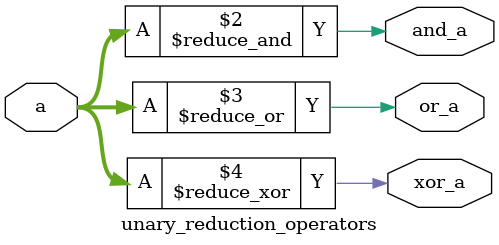
<source format=sv>
module unary_reduction_operators (
    input logic [3:0] a,
    output logic and_a, or_a, xor_a
);

    always_comb begin
        // AND
        and_a = &a;
        // OR
        or_a = |a;
        // XOR
        xor_a = ^a;
    end
    
endmodule
</source>
